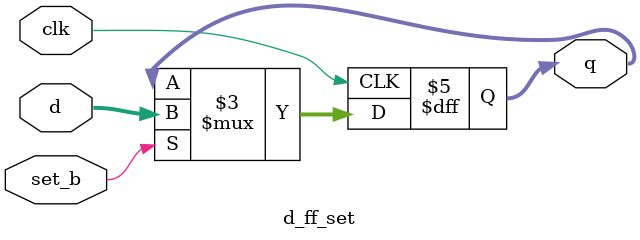
<source format=v>
module d_ff_set(
    input clk,
    input [3:0] d,
    input set_b,
    output reg [3:0] q
);

always @(posedge clk) begin
    if (set_b) begin
        q <= d;
    end else begin
        q <= q;
    end
end

endmodule
</source>
